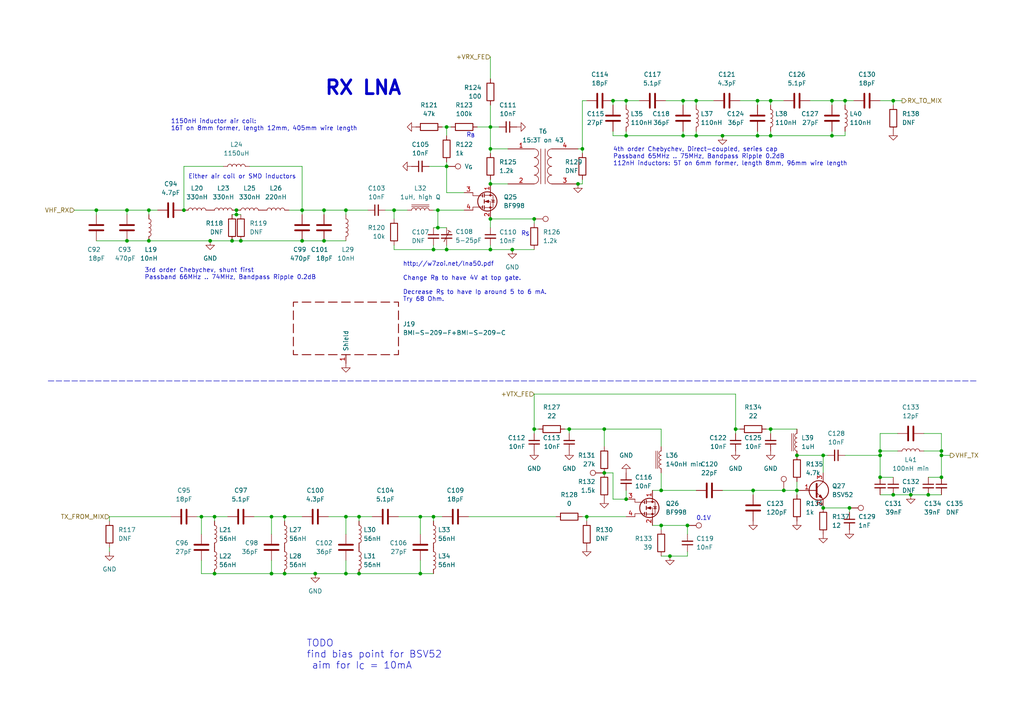
<source format=kicad_sch>
(kicad_sch (version 20211123) (generator eeschema)
  (paper "A4")
  (title_block (title "DART-70 TRX") (date "2023-03-08") (rev "0") (company "HB9EGM") (comment 1 "A 4m Band SSB/CW Transceiver") (comment 2 "VHF Frontend"))
  (junction (at 255.27 138.43))
  (junction (at 255.27 130.81))
  (junction (at 264.16 143.51))
  (junction (at 191.77 142.24))
  (junction (at 104.14 149.86))
  (junction (at 129.54 72.39))
  (junction (at 154.94 124.46))
  (junction (at 241.3 39.37))
  (junction (at 181.61 144.78))
  (junction (at 259.08 143.51))
  (junction (at 273.05 130.81))
  (junction (at 100.33 60.96))
  (junction (at 273.05 138.43))
  (junction (at 125.73 72.39))
  (junction (at 201.93 29.21))
  (junction (at 181.61 29.21))
  (junction (at 67.31 69.85))
  (junction (at 53.34 60.96))
  (junction (at 43.18 69.85))
  (junction (at 129.54 36.83))
  (junction (at 223.52 29.21))
  (junction (at 154.94 63.5))
  (junction (at 62.23 166.37))
  (junction (at 209.55 39.37))
  (junction (at 198.12 29.21))
  (junction (at 148.59 72.39))
  (junction (at 142.24 72.39))
  (junction (at 60.96 69.85))
  (junction (at 142.24 43.18))
  (junction (at 191.77 152.4))
  (junction (at 259.08 29.21))
  (junction (at 168.91 43.18))
  (junction (at 238.76 147.32))
  (junction (at 269.24 143.51))
  (junction (at 127 66.04))
  (junction (at 142.24 63.5))
  (junction (at 255.27 132.08))
  (junction (at 219.71 39.37))
  (junction (at 93.98 69.85))
  (junction (at 121.92 166.37))
  (junction (at 127 60.96))
  (junction (at 199.39 152.4))
  (junction (at 36.83 60.96))
  (junction (at 246.38 147.32))
  (junction (at 227.33 142.24))
  (junction (at 241.3 29.21))
  (junction (at 68.58 62.23))
  (junction (at 213.36 124.46))
  (junction (at 100.33 149.86))
  (junction (at 165.1 124.46))
  (junction (at 273.05 132.08))
  (junction (at 114.3 60.96))
  (junction (at 82.55 149.86))
  (junction (at 36.83 69.85))
  (junction (at 170.18 149.86))
  (junction (at 78.74 149.86))
  (junction (at 231.14 142.24))
  (junction (at 93.98 60.96))
  (junction (at 218.44 142.24))
  (junction (at 129.54 48.26))
  (junction (at 142.24 53.34))
  (junction (at 201.93 39.37))
  (junction (at 104.14 166.37))
  (junction (at 27.94 60.96))
  (junction (at 219.71 29.21))
  (junction (at 231.14 132.08))
  (junction (at 78.74 166.37))
  (junction (at 87.63 69.85))
  (junction (at 223.52 124.46))
  (junction (at 69.85 69.85))
  (junction (at 245.11 29.21))
  (junction (at 198.12 39.37))
  (junction (at 175.26 124.46))
  (junction (at 125.73 149.86))
  (junction (at 87.63 60.96))
  (junction (at 82.55 166.37))
  (junction (at 194.31 161.29))
  (junction (at 181.61 39.37))
  (junction (at 223.52 39.37))
  (junction (at 167.64 53.34))
  (junction (at 68.58 60.96))
  (junction (at 43.18 60.96))
  (junction (at 177.8 29.21))
  (junction (at 142.24 36.83))
  (junction (at 121.92 149.86))
  (junction (at 238.76 132.08))
  (junction (at 62.23 149.86))
  (junction (at 91.44 166.37))
  (junction (at 100.33 166.37))
  (junction (at 58.42 149.86))
  (junction (at 175.26 137.16))
  (wire (pts (xy 67.31 69.85) (xy 69.85 69.85)))
  (wire (pts (xy 181.61 29.21) (xy 181.61 30.48)))
  (wire (pts (xy 147.32 53.34) (xy 142.24 53.34)))
  (wire (pts (xy 219.71 39.37) (xy 219.71 38.1)))
  (wire (pts (xy 121.92 154.94) (xy 121.92 149.86)))
  (wire (pts (xy 93.98 60.96) (xy 93.98 62.23)))
  (wire (pts (xy 36.83 69.85) (xy 43.18 69.85)))
  (wire (pts (xy 213.36 125.73) (xy 213.36 124.46)))
  (wire (pts (xy 31.75 158.75) (xy 31.75 160.02)))
  (wire (pts (xy 154.94 125.73) (xy 154.94 124.46)))
  (wire (pts (xy 58.42 154.94) (xy 58.42 149.86)))
  (wire (pts (xy 273.05 138.43) (xy 269.24 138.43)))
  (wire (pts (xy 255.27 143.51) (xy 259.08 143.51)))
  (wire (pts (xy 238.76 132.08) (xy 240.03 132.08)))
  (wire (pts (xy 246.38 147.32) (xy 238.76 147.32)))
  (wire (pts (xy 82.55 151.13) (xy 82.55 149.86)))
  (wire (pts (xy 218.44 142.24) (xy 218.44 143.51)))
  (wire (pts (xy 255.27 130.81) (xy 255.27 132.08)))
  (wire (pts (xy 57.15 149.86) (xy 58.42 149.86)))
  (wire (pts (xy 31.75 149.86) (xy 49.53 149.86)))
  (wire (pts (xy 148.59 72.39) (xy 142.24 72.39)))
  (wire (pts (xy 223.52 39.37) (xy 241.3 39.37)))
  (wire (pts (xy 246.38 148.59) (xy 246.38 147.32)))
  (wire (pts (xy 177.8 137.16) (xy 177.8 144.78)))
  (wire (pts (xy 60.96 69.85) (xy 67.31 69.85)))
  (wire (pts (xy 27.94 60.96) (xy 36.83 60.96)))
  (wire (pts (xy 154.94 114.3) (xy 213.36 114.3)))
  (wire (pts (xy 125.73 60.96) (xy 127 60.96)))
  (wire (pts (xy 219.71 29.21) (xy 223.52 29.21)))
  (wire (pts (xy 87.63 69.85) (xy 93.98 69.85)))
  (wire (pts (xy 69.85 69.85) (xy 87.63 69.85)))
  (wire (pts (xy 142.24 53.34) (xy 142.24 52.07)))
  (wire (pts (xy 198.12 39.37) (xy 198.12 38.1)))
  (wire (pts (xy 273.05 132.08) (xy 273.05 138.43)))
  (wire (pts (xy 193.04 29.21) (xy 198.12 29.21)))
  (wire (pts (xy 191.77 152.4) (xy 189.23 152.4)))
  (wire (pts (xy 87.63 60.96) (xy 93.98 60.96)))
  (wire (pts (xy 241.3 39.37) (xy 241.3 38.1)))
  (polyline (pts (xy 13.97 110.49) (xy 283.21 110.49)))
  (wire (pts (xy 21.59 60.96) (xy 27.94 60.96)))
  (wire (pts (xy 31.75 151.13) (xy 31.75 149.86)))
  (wire (pts (xy 231.14 139.7) (xy 231.14 142.24)))
  (wire (pts (xy 43.18 69.85) (xy 60.96 69.85)))
  (wire (pts (xy 273.05 130.81) (xy 267.97 130.81)))
  (wire (pts (xy 142.24 63.5) (xy 142.24 66.04)))
  (wire (pts (xy 241.3 29.21) (xy 245.11 29.21)))
  (wire (pts (xy 177.8 144.78) (xy 181.61 144.78)))
  (wire (pts (xy 168.91 52.07) (xy 168.91 53.34)))
  (wire (pts (xy 72.39 48.26) (xy 87.63 48.26)))
  (wire (pts (xy 142.24 16.51) (xy 142.24 22.86)))
  (wire (pts (xy 175.26 124.46) (xy 191.77 124.46)))
  (wire (pts (xy 82.55 166.37) (xy 78.74 166.37)))
  (wire (pts (xy 181.61 29.21) (xy 185.42 29.21)))
  (wire (pts (xy 209.55 39.37) (xy 219.71 39.37)))
  (wire (pts (xy 121.92 162.56) (xy 121.92 166.37)))
  (wire (pts (xy 58.42 149.86) (xy 62.23 149.86)))
  (wire (pts (xy 93.98 69.85) (xy 100.33 69.85)))
  (wire (pts (xy 36.83 60.96) (xy 43.18 60.96)))
  (wire (pts (xy 128.27 36.83) (xy 129.54 36.83)))
  (wire (pts (xy 191.77 142.24) (xy 201.93 142.24)))
  (wire (pts (xy 73.66 149.86) (xy 78.74 149.86)))
  (wire (pts (xy 78.74 149.86) (xy 82.55 149.86)))
  (wire (pts (xy 121.92 149.86) (xy 125.73 149.86)))
  (wire (pts (xy 181.61 39.37) (xy 198.12 39.37)))
  (wire (pts (xy 273.05 130.81) (xy 273.05 132.08)))
  (wire (pts (xy 201.93 30.48) (xy 201.93 29.21)))
  (wire (pts (xy 199.39 160.02) (xy 199.39 161.29)))
  (wire (pts (xy 100.33 60.96) (xy 100.33 62.23)))
  (wire (pts (xy 199.39 161.29) (xy 194.31 161.29)))
  (wire (pts (xy 234.95 29.21) (xy 241.3 29.21)))
  (wire (pts (xy 170.18 29.21) (xy 168.91 29.21)))
  (wire (pts (xy 273.05 125.73) (xy 273.05 130.81)))
  (wire (pts (xy 114.3 72.39) (xy 125.73 72.39)))
  (wire (pts (xy 241.3 30.48) (xy 241.3 29.21)))
  (wire (pts (xy 213.36 124.46) (xy 214.63 124.46)))
  (wire (pts (xy 222.25 124.46) (xy 223.52 124.46)))
  (wire (pts (xy 78.74 162.56) (xy 78.74 166.37)))
  (wire (pts (xy 115.57 149.86) (xy 121.92 149.86)))
  (wire (pts (xy 241.3 39.37) (xy 245.11 39.37)))
  (wire (pts (xy 273.05 125.73) (xy 267.97 125.73)))
  (wire (pts (xy 142.24 72.39) (xy 142.24 71.12)))
  (wire (pts (xy 43.18 60.96) (xy 45.72 60.96)))
  (wire (pts (xy 142.24 36.83) (xy 142.24 30.48)))
  (wire (pts (xy 43.18 60.96) (xy 43.18 62.23)))
  (wire (pts (xy 168.91 53.34) (xy 167.64 53.34)))
  (wire (pts (xy 259.08 29.21) (xy 261.62 29.21)))
  (wire (pts (xy 142.24 44.45) (xy 142.24 43.18)))
  (wire (pts (xy 154.94 124.46) (xy 156.21 124.46)))
  (wire (pts (xy 191.77 161.29) (xy 194.31 161.29)))
  (wire (pts (xy 201.93 39.37) (xy 198.12 39.37)))
  (wire (pts (xy 100.33 154.94) (xy 100.33 149.86)))
  (wire (pts (xy 223.52 29.21) (xy 227.33 29.21)))
  (wire (pts (xy 198.12 30.48) (xy 198.12 29.21)))
  (wire (pts (xy 58.42 166.37) (xy 58.42 162.56)))
  (wire (pts (xy 135.89 149.86) (xy 161.29 149.86)))
  (wire (pts (xy 147.32 43.18) (xy 142.24 43.18)))
  (wire (pts (xy 125.73 72.39) (xy 129.54 72.39)))
  (wire (pts (xy 104.14 151.13) (xy 104.14 149.86)))
  (wire (pts (xy 125.73 66.04) (xy 127 66.04)))
  (wire (pts (xy 167.64 43.18) (xy 168.91 43.18)))
  (wire (pts (xy 68.58 60.96) (xy 68.58 62.23)))
  (wire (pts (xy 58.42 166.37) (xy 62.23 166.37)))
  (wire (pts (xy 165.1 125.73) (xy 165.1 124.46)))
  (wire (pts (xy 198.12 29.21) (xy 201.93 29.21)))
  (wire (pts (xy 213.36 114.3) (xy 213.36 124.46)))
  (wire (pts (xy 125.73 71.12) (xy 125.73 72.39)))
  (wire (pts (xy 154.94 72.39) (xy 148.59 72.39)))
  (wire (pts (xy 62.23 149.86) (xy 62.23 151.13)))
  (wire (pts (xy 129.54 36.83) (xy 129.54 39.37)))
  (wire (pts (xy 154.94 64.77) (xy 154.94 63.5)))
  (wire (pts (xy 255.27 130.81) (xy 260.35 130.81)))
  (wire (pts (xy 201.93 29.21) (xy 207.01 29.21)))
  (wire (pts (xy 125.73 151.13) (xy 125.73 149.86)))
  (wire (pts (xy 114.3 71.12) (xy 114.3 72.39)))
  (wire (pts (xy 177.8 39.37) (xy 181.61 39.37)))
  (wire (pts (xy 245.11 30.48) (xy 245.11 29.21)))
  (wire (pts (xy 168.91 44.45) (xy 168.91 43.18)))
  (wire (pts (xy 177.8 29.21) (xy 181.61 29.21)))
  (wire (pts (xy 259.08 30.48) (xy 259.08 29.21)))
  (wire (pts (xy 223.52 30.48) (xy 223.52 29.21)))
  (wire (pts (xy 104.14 166.37) (xy 121.92 166.37)))
  (wire (pts (xy 127 60.96) (xy 134.62 60.96)))
  (wire (pts (xy 223.52 125.73) (xy 223.52 124.46)))
  (wire (pts (xy 177.8 30.48) (xy 177.8 29.21)))
  (wire (pts (xy 127 66.04) (xy 127 60.96)))
  (wire (pts (xy 191.77 152.4) (xy 191.77 153.67)))
  (wire (pts (xy 201.93 39.37) (xy 209.55 39.37)))
  (wire (pts (xy 124.46 48.26) (xy 129.54 48.26)))
  (wire (pts (xy 100.33 60.96) (xy 106.68 60.96)))
  (wire (pts (xy 273.05 132.08) (xy 275.59 132.08)))
  (wire (pts (xy 245.11 29.21) (xy 247.65 29.21)))
  (wire (pts (xy 114.3 63.5) (xy 114.3 60.96)))
  (wire (pts (xy 62.23 149.86) (xy 66.04 149.86)))
  (wire (pts (xy 165.1 124.46) (xy 175.26 124.46)))
  (wire (pts (xy 91.44 166.37) (xy 100.33 166.37)))
  (wire (pts (xy 168.91 149.86) (xy 170.18 149.86)))
  (wire (pts (xy 129.54 46.99) (xy 129.54 48.26)))
  (wire (pts (xy 245.11 39.37) (xy 245.11 38.1)))
  (wire (pts (xy 121.92 166.37) (xy 125.73 166.37)))
  (wire (pts (xy 100.33 149.86) (xy 104.14 149.86)))
  (wire (pts (xy 130.81 36.83) (xy 129.54 36.83)))
  (wire (pts (xy 238.76 137.16) (xy 238.76 132.08)))
  (wire (pts (xy 95.25 149.86) (xy 100.33 149.86)))
  (wire (pts (xy 175.26 129.54) (xy 175.26 124.46)))
  (wire (pts (xy 201.93 39.37) (xy 201.93 38.1)))
  (wire (pts (xy 53.34 48.26) (xy 53.34 60.96)))
  (wire (pts (xy 255.27 125.73) (xy 255.27 130.81)))
  (wire (pts (xy 209.55 142.24) (xy 218.44 142.24)))
  (wire (pts (xy 219.71 30.48) (xy 219.71 29.21)))
  (wire (pts (xy 264.16 143.51) (xy 269.24 143.51)))
  (wire (pts (xy 191.77 129.54) (xy 191.77 124.46)))
  (wire (pts (xy 231.14 142.24) (xy 231.14 143.51)))
  (wire (pts (xy 104.14 149.86) (xy 107.95 149.86)))
  (wire (pts (xy 170.18 151.13) (xy 170.18 149.86)))
  (wire (pts (xy 27.94 69.85) (xy 36.83 69.85)))
  (wire (pts (xy 125.73 149.86) (xy 128.27 149.86)))
  (wire (pts (xy 82.55 149.86) (xy 87.63 149.86)))
  (wire (pts (xy 255.27 125.73) (xy 260.35 125.73)))
  (wire (pts (xy 64.77 48.26) (xy 53.34 48.26)))
  (wire (pts (xy 181.61 39.37) (xy 181.61 38.1)))
  (wire (pts (xy 227.33 142.24) (xy 231.14 142.24)))
  (wire (pts (xy 181.61 144.78) (xy 181.61 142.24)))
  (wire (pts (xy 154.94 63.5) (xy 142.24 63.5)))
  (wire (pts (xy 259.08 143.51) (xy 264.16 143.51)))
  (wire (pts (xy 87.63 48.26) (xy 87.63 60.96)))
  (wire (pts (xy 87.63 60.96) (xy 87.63 62.23)))
  (wire (pts (xy 214.63 29.21) (xy 219.71 29.21)))
  (wire (pts (xy 36.83 60.96) (xy 36.83 62.23)))
  (wire (pts (xy 223.52 39.37) (xy 223.52 38.1)))
  (wire (pts (xy 83.82 60.96) (xy 87.63 60.96)))
  (wire (pts (xy 245.11 132.08) (xy 255.27 132.08)))
  (wire (pts (xy 199.39 154.94) (xy 199.39 152.4)))
  (wire (pts (xy 255.27 138.43) (xy 259.08 138.43)))
  (wire (pts (xy 191.77 137.16) (xy 191.77 142.24)))
  (wire (pts (xy 189.23 142.24) (xy 191.77 142.24)))
  (wire (pts (xy 129.54 72.39) (xy 142.24 72.39)))
  (wire (pts (xy 218.44 142.24) (xy 227.33 142.24)))
  (wire (pts (xy 238.76 132.08) (xy 231.14 132.08)))
  (wire (pts (xy 78.74 154.94) (xy 78.74 149.86)))
  (wire (pts (xy 27.94 60.96) (xy 27.94 62.23)))
  (wire (pts (xy 255.27 29.21) (xy 259.08 29.21)))
  (wire (pts (xy 175.26 137.16) (xy 177.8 137.16)))
  (wire (pts (xy 142.24 36.83) (xy 144.78 36.83)))
  (wire (pts (xy 138.43 36.83) (xy 142.24 36.83)))
  (wire (pts (xy 68.58 62.23) (xy 69.85 62.23)))
  (wire (pts (xy 168.91 29.21) (xy 168.91 43.18)))
  (wire (pts (xy 177.8 39.37) (xy 177.8 38.1)))
  (wire (pts (xy 129.54 55.88) (xy 134.62 55.88)))
  (wire (pts (xy 163.83 124.46) (xy 165.1 124.46)))
  (wire (pts (xy 111.76 60.96) (xy 114.3 60.96)))
  (wire (pts (xy 129.54 48.26) (xy 129.54 55.88)))
  (wire (pts (xy 129.54 66.04) (xy 127 66.04)))
  (wire (pts (xy 219.71 39.37) (xy 223.52 39.37)))
  (wire (pts (xy 170.18 149.86) (xy 181.61 149.86)))
  (wire (pts (xy 129.54 71.12) (xy 129.54 72.39)))
  (wire (pts (xy 100.33 166.37) (xy 104.14 166.37)))
  (wire (pts (xy 62.23 166.37) (xy 78.74 166.37)))
  (wire (pts (xy 114.3 60.96) (xy 118.11 60.96)))
  (wire (pts (xy 223.52 124.46) (xy 231.14 124.46)))
  (wire (pts (xy 142.24 43.18) (xy 142.24 36.83)))
  (wire (pts (xy 199.39 152.4) (xy 191.77 152.4)))
  (wire (pts (xy 269.24 143.51) (xy 273.05 143.51)))
  (wire (pts (xy 100.33 162.56) (xy 100.33 166.37)))
  (wire (pts (xy 255.27 132.08) (xy 255.27 138.43)))
  (wire (pts (xy 154.94 114.3) (xy 154.94 124.46)))
  (wire (pts (xy 67.31 62.23) (xy 68.58 62.23)))
  (wire (pts (xy 82.55 166.37) (xy 91.44 166.37)))
  (wire (pts (xy 93.98 60.96) (xy 100.33 60.96)))
  (text "R_{B}" (at 135.255 40.005 0) (effects (font (size 1.27 1.27)) (justify left bottom)))
  (text "R_{S}" (at 151.13 68.58 0) (effects (font (size 1.27 1.27)) (justify left bottom)))
  (text "RX LNA" (at 93.98 27.94 0) (effects (font (size 4 4) (thickness 0.8) bold) (justify left bottom)))
  (text "Either air coil or SMD inductors" (at 54.61 52.07 0) (effects (font (size 1.27 1.27)) (justify left bottom)))
  (text "TODO\nfind bias point for BSV52\n aim for I_{C} = 10mA" (at 88.9 194.31 0) (effects (font (size 2 2)) (justify left bottom)))
  (text "http://w7zoi.net/lna50.pdf\n\nChange R_{B} to have 4V at top gate.\n\nDecrease R_{S} to have I_{D} around 5 to 6 mA.\nTry 68 Ohm." (at 116.84 87.63 0) (effects (font (size 1.27 1.27)) (justify left bottom)))
  (text "4th order Chebychev, Direct-coupled, series cap\nPassband 65MHz .. 75MHz, Bandpass Ripple 0.2dB\n112nH inductors: 5T on 6mm former, length 8mm, 96mm wire length" (at 177.8 48.26 0) (effects (font (size 1.27 1.27)) (justify left bottom)))
  (text "1150nH inductor air coil:\n16T on 8mm former, length 12mm, 405mm wire length" (at 49.53 38.1 0) (effects (font (size 1.27 1.27)) (justify left bottom)))
  (text "0.1V" (at 201.93 151.13 0) (effects (font (size 1.27 1.27)) (justify left bottom)))
  (text "3rd order Chebychev, shunt first\nPassband 66MHz .. 74MHz, Bandpass Ripple 0.2dB" (at 41.91 81.28 0) (effects (font (size 1.27 1.27)) (justify left bottom)))
  (hierarchical_label "+VTX_FE" (shape input) (at 154.94 114.3 180))
  (hierarchical_label "+VRX_FE" (shape input) (at 142.24 16.51 180))
  (hierarchical_label "VHF_RX" (shape input) (at 21.59 60.96 180))
  (hierarchical_label "VHF_TX" (shape output) (at 275.59 132.08 0))
  (hierarchical_label "TX_FROM_MIX" (shape input) (at 31.75 149.86 180))
  (hierarchical_label "RX_TO_MIX" (shape output) (at 261.62 29.21 0))
  (symbol (lib_id "Device:C_Small") (at 121.92 48.26 90) (unit 1)
    (property "Reference" "C105" (at 121.9263 41.91 90))
    (property "Value" "10nF" (at 121.9263 44.45 90))
    (property "Footprint" "Capacitor_SMD:C_0805_2012Metric_Pad1.18x1.45mm_HandSolder" (effects hide))
    (property "MPN" "VJ0805A103KXJTBC" (effects hide))
    (property "Need_order" "0" (effects hide))
  )
  (symbol (lib_id "Device:R") (at 231.14 135.89 0) (mirror y) (unit 1)
    (property "Reference" "R135" (at 233.68 134.6199 0) (effects (justify right)))
    (property "Value" "4.7k" (at 233.68 137.1599 0) (effects (justify right)))
    (property "Footprint" "Resistor_SMD:R_0603_1608Metric_Pad0.98x0.95mm_HandSolder" (effects hide))
    (property "Need_order" "0" (effects hide))
  )
  (symbol (lib_id "Device:C_Small") (at 223.52 128.27 0) (mirror x) (unit 1)
    (property "Reference" "C125" (at 220.98 126.9935 0) (effects (justify right)))
    (property "Value" "10nF" (at 220.98 129.5335 0) (effects (justify right)))
    (property "Footprint" "Capacitor_SMD:C_0805_2012Metric_Pad1.18x1.45mm_HandSolder" (effects hide))
    (property "MPN" "VJ0805A103KXJTBC" (effects hide))
    (property "Need_order" "0" (effects hide))
  )
  (symbol (lib_id "Device:C_Small") (at 269.24 140.97 0) (mirror y) (unit 1)
    (property "Reference" "C134" (at 267.97 146.05 0) (effects (justify right)))
    (property "Value" "39nF" (at 267.97 148.59 0) (effects (justify right)))
    (property "Footprint" "Capacitor_SMD:C_0805_2012Metric_Pad1.18x1.45mm_HandSolder" (effects hide))
    (property "Need_order" "0" (effects hide))
  )
  (symbol (lib_id "Device:C") (at 173.99 29.21 90) (unit 1)
    (property "Reference" "C114" (at 173.99 21.59 90))
    (property "Value" "18pF" (at 173.99 24.13 90))
    (property "Footprint" "Capacitor_SMD:C_0603_1608Metric_Pad1.08x0.95mm_HandSolder" (effects hide))
    (property "Datasheet" "/home/bram/Sync/Doc/Datasheet/CBR KEMET capacitors.pdf" (effects hide))
    (property "MPN" "CBR" (effects hide))
    (property "Need_order" "0" (effects hide))
  )
  (symbol (lib_id "Connector:TestPoint") (at 199.39 152.4 270) (unit 1)
    (property "Reference" "TP10" (effects hide))
    (property "Value" "V_{S}" (effects hide))
    (property "Footprint" "TestPoint:TestPoint_Pad_D2.0mm" (effects hide))
    (property "Need_order" "0" (effects hide))
  )
  (symbol (lib_id "Device:C") (at 100.33 158.75 180) (unit 1)
    (property "Reference" "C102" (at 96.52 157.4799 0) (effects (justify left)))
    (property "Value" "36pF" (at 96.52 160.0199 0) (effects (justify left)))
    (property "Footprint" "Capacitor_SMD:C_0603_1608Metric_Pad1.08x0.95mm_HandSolder" (effects hide))
    (property "Datasheet" "/home/bram/Sync/Doc/Datasheet/CBR KEMET capacitors.pdf" (effects hide))
    (property "MPN" "CBR" (effects hide))
    (property "Need_order" "0" (effects hide))
  )
  (symbol (lib_id "Device:C") (at 205.74 142.24 90) (unit 1)
    (property "Reference" "C120" (at 205.74 134.62 90))
    (property "Value" "22pF" (at 205.74 137.16 90))
    (property "Footprint" "Capacitor_SMD:C_0603_1608Metric_Pad1.08x0.95mm_HandSolder" (effects hide))
    (property "Datasheet" "/home/bram/Sync/Doc/Datasheet/CBR KEMET capacitors.pdf" (effects hide))
    (property "MPN" "CBR" (effects hide))
    (property "Need_order" "0" (effects hide))
  )
  (symbol (lib_id "Device:R") (at 67.31 66.04 0) (unit 1)
    (property "Reference" "R118" (at 64.77 64.7699 0) (effects (justify right)))
    (property "Value" "DNF" (at 64.77 67.3099 0) (effects (justify right)))
    (property "Footprint" "Resistor_SMD:R_0805_2012Metric_Pad1.20x1.40mm_HandSolder" (effects hide))
    (property "Need_order" "0" (effects hide))
  )
  (symbol (lib_id "power:GND") (at 154.94 130.81 0) (mirror y) (unit 1)
    (property "Reference" "#PWR0155" (effects hide))
    (property "Value" "GND" (at 154.94 135.89 0))
  )
  (symbol (lib_id "Device:C") (at 241.3 34.29 180) (unit 1)
    (property "Reference" "C127" (at 237.49 33.0199 0) (effects (justify left)))
    (property "Value" "27pF" (at 237.49 35.5599 0) (effects (justify left)))
    (property "Footprint" "Capacitor_SMD:C_0603_1608Metric_Pad1.08x0.95mm_HandSolder" (effects hide))
    (property "Datasheet" "/home/bram/Sync/Doc/Datasheet/CBR KEMET capacitors.pdf" (effects hide))
    (property "MPN" "CBR" (effects hide))
    (property "Need_order" "0" (effects hide))
  )
  (symbol (lib_id "power:GND") (at 238.76 154.94 0) (unit 1)
    (property "Reference" "#PWR0167" (effects hide))
    (property "Value" "GND" (effects hide))
  )
  (symbol (lib_id "Device:R") (at 175.26 133.35 0) (mirror x) (unit 1)
    (property "Reference" "R131" (at 172.72 132.0799 0) (effects (justify right)))
    (property "Value" "27k" (at 172.72 134.6199 0) (effects (justify right)))
    (property "Footprint" "Resistor_SMD:R_0603_1608Metric_Pad0.98x0.95mm_HandSolder" (effects hide))
    (property "Need_order" "0" (effects hide))
  )
  (symbol (lib_id "Device:R") (at 129.54 43.18 0) (unit 1)
    (property "Reference" "R122" (at 132.08 41.9099 0) (effects (justify left)))
    (property "Value" "1k" (at 132.08 44.4499 0) (effects (justify left)))
    (property "Footprint" "Resistor_SMD:R_0603_1608Metric_Pad0.98x0.95mm_HandSolder" (effects hide))
    (property "Need_order" "0" (effects hide))
  )
  (symbol (lib_id "Connector:TestPoint") (at 227.33 142.24 0) (unit 1)
    (property "Reference" "TP11" (effects hide))
    (property "Value" "V_{G}" (effects hide))
    (property "Footprint" "TestPoint:TestPoint_Pad_D2.0mm" (effects hide))
    (property "Need_order" "0" (effects hide))
  )
  (symbol (lib_id "Device:L") (at 245.11 34.29 0) (unit 1)
    (property "Reference" "L40" (at 246.38 33.0199 0) (effects (justify left)))
    (property "Value" "110nH" (at 246.38 35.5599 0) (effects (justify left)))
    (property "Footprint" "mpb:AirCoil-8mm-or-2-series-1008" (effects hide))
    (property "MPN" "2x LQW2BAS56NG00L" (effects hide))
    (property "Need_order" "0" (effects hide))
  )
  (symbol (lib_id "power:GND") (at 167.64 53.34 0) (unit 1)
    (property "Reference" "#PWR0157" (effects hide))
    (property "Value" "GND" (effects hide))
  )
  (symbol (lib_id "Device:C") (at 111.76 149.86 270) (unit 1)
    (property "Reference" "C104" (at 111.76 142.24 90))
    (property "Value" "5.1pF" (at 111.76 144.78 90))
    (property "Footprint" "Capacitor_SMD:C_0603_1608Metric_Pad1.08x0.95mm_HandSolder" (effects hide))
    (property "Datasheet" "/home/bram/Sync/Doc/Datasheet/CBR KEMET capacitors.pdf" (effects hide))
    (property "MPN" "CBR" (effects hide))
    (property "Need_order" "0" (effects hide))
  )
  (symbol (lib_id "Device:C_Small") (at 181.61 139.7 0) (mirror y) (unit 1)
    (property "Reference" "C116" (at 184.15 138.4362 0) (effects (justify right)))
    (property "Value" "10nF" (at 184.15 140.9762 0) (effects (justify right)))
    (property "Footprint" "Capacitor_SMD:C_0805_2012Metric_Pad1.18x1.45mm_HandSolder" (effects hide))
    (property "MPN" "VJ0805A103KXJTBC" (effects hide))
    (property "Need_order" "0" (effects hide))
  )
  (symbol (lib_id "Connector:TestPoint") (at 246.38 147.32 270) (unit 1)
    (property "Reference" "TP12" (effects hide))
    (property "Value" "V_{E}" (effects hide))
    (property "Footprint" "TestPoint:TestPoint_Pad_D2.0mm" (effects hide))
    (property "Need_order" "0" (effects hide))
  )
  (symbol (lib_id "Device:C") (at 189.23 29.21 90) (unit 1)
    (property "Reference" "C117" (at 189.23 21.59 90))
    (property "Value" "5.1pF" (at 189.23 24.13 90))
    (property "Footprint" "Capacitor_SMD:C_0603_1608Metric_Pad1.08x0.95mm_HandSolder" (effects hide))
    (property "Datasheet" "/home/bram/Sync/Doc/Datasheet/CBR KEMET capacitors.pdf" (effects hide))
    (property "MPN" "CBR" (effects hide))
    (property "Need_order" "0" (effects hide))
  )
  (symbol (lib_id "Device:R") (at 231.14 147.32 0) (mirror y) (unit 1)
    (property "Reference" "R136" (at 233.68 146.0499 0) (effects (justify right)))
    (property "Value" "1k" (at 233.68 148.5899 0) (effects (justify right)))
    (property "Footprint" "Resistor_SMD:R_0603_1608Metric_Pad0.98x0.95mm_HandSolder" (effects hide))
    (property "Need_order" "0" (effects hide))
  )
  (symbol (lib_id "Connector:TestPoint") (at 154.94 63.5 270) (unit 1)
    (property "Reference" "TP8" (effects hide))
    (property "Value" "V_{S}" (effects hide))
    (property "Footprint" "TestPoint:TestPoint_Pad_D2.0mm" (effects hide))
    (property "Need_order" "0" (effects hide))
  )
  (symbol (lib_id "Device:L") (at 57.15 60.96 90) (unit 1)
    (property "Reference" "L20" (at 57.15 54.61 90))
    (property "Value" "330nH" (at 57.15 57.15 90))
    (property "Footprint" "Inductor_SMD:L_0805_2012Metric_Pad1.15x1.40mm_HandSolder" (effects hide))
    (property "MPN" "LQW2BASR33G00L" (effects hide))
    (property "Need_order" "0" (effects hide))
  )
  (symbol (lib_id "Device:C") (at 264.16 125.73 90) (unit 1)
    (property "Reference" "C133" (at 264.16 118.11 90))
    (property "Value" "12pF" (at 264.16 120.65 90))
    (property "Footprint" "Capacitor_SMD:C_0603_1608Metric_Pad1.08x0.95mm_HandSolder" (effects hide))
    (property "Datasheet" "/home/bram/Sync/Doc/Datasheet/CBR KEMET capacitors.pdf" (effects hide))
    (property "MPN" "CBR" (effects hide))
    (property "Need_order" "0" (effects hide))
  )
  (symbol (lib_id "Connector:TestPoint") (at 175.26 137.16 90) (unit 1)
    (property "Reference" "TP9" (effects hide))
    (property "Value" "V_{G1}" (effects hide))
    (property "Footprint" "TestPoint:TestPoint_Pad_D2.0mm" (effects hide))
    (property "Need_order" "0" (effects hide))
  )
  (symbol (lib_id "Device:L") (at 125.73 162.56 0) (unit 1)
    (property "Reference" "L34" (at 127 161.2899 0) (effects (justify left)))
    (property "Value" "56nH" (at 127 163.8299 0) (effects (justify left)))
    (property "Footprint" "Inductor_SMD:L_1008_2520Metric_Pad1.43x2.20mm_HandSolder" (effects hide))
    (property "MPN" "LQW2BAS56NG00L" (effects hide))
    (property "Need_order" "0" (effects hide))
  )
  (symbol (lib_id "Device:C") (at 91.44 149.86 270) (unit 1)
    (property "Reference" "C100" (at 91.44 142.24 90))
    (property "Value" "4.3pF" (at 91.44 144.78 90))
    (property "Footprint" "Capacitor_SMD:C_0603_1608Metric_Pad1.08x0.95mm_HandSolder" (effects hide))
    (property "Datasheet" "/home/bram/Sync/Doc/Datasheet/CBR KEMET capacitors.pdf" (effects hide))
    (property "MPN" "CBR" (effects hide))
    (property "Need_order" "0" (effects hide))
  )
  (symbol (lib_id "Device:C") (at 219.71 34.29 180) (unit 1)
    (property "Reference" "C124" (at 215.9 33.0199 0) (effects (justify left)))
    (property "Value" "36pF" (at 215.9 35.5599 0) (effects (justify left)))
    (property "Footprint" "Capacitor_SMD:C_0603_1608Metric_Pad1.08x0.95mm_HandSolder" (effects hide))
    (property "Datasheet" "/home/bram/Sync/Doc/Datasheet/CBR KEMET capacitors.pdf" (effects hide))
    (property "MPN" "CBR" (effects hide))
    (property "Need_order" "0" (effects hide))
  )
  (symbol (lib_id "Device:L") (at 72.39 60.96 90) (unit 1)
    (property "Reference" "L25" (at 72.39 54.61 90))
    (property "Value" "330nH" (at 72.39 57.15 90))
    (property "Footprint" "Inductor_SMD:L_0805_2012Metric_Pad1.15x1.40mm_HandSolder" (effects hide))
    (property "MPN" "LQW2BASR33G00L" (effects hide))
    (property "Need_order" "0" (effects hide))
  )
  (symbol (lib_id "Device:R") (at 165.1 149.86 270) (unit 1)
    (property "Reference" "R128" (at 165.1 143.51 90))
    (property "Value" "0" (at 165.1 146.05 90))
    (property "Footprint" "Resistor_SMD:R_0603_1608Metric_Pad0.98x0.95mm_HandSolder" (effects hide))
    (property "Need_order" "0" (effects hide))
  )
  (symbol (lib_id "power:GND") (at 120.65 36.83 270) (unit 1)
    (property "Reference" "#PWR0152" (effects hide))
    (property "Value" "GND" (effects hide))
  )
  (symbol (lib_id "Device:C_Small") (at 242.57 132.08 270) (mirror x) (unit 1)
    (property "Reference" "C128" (at 242.5636 125.73 90))
    (property "Value" "10nF" (at 242.5636 128.27 90))
    (property "Footprint" "Capacitor_SMD:C_0805_2012Metric_Pad1.18x1.45mm_HandSolder" (effects hide))
    (property "MPN" "VJ0805A103KXJTBC" (effects hide))
    (property "Need_order" "0" (effects hide))
  )
  (symbol (lib_id "power:GND") (at 259.08 38.1 0) (unit 1)
    (property "Reference" "#PWR0169" (effects hide))
    (property "Value" "GND" (effects hide))
  )
  (symbol (lib_id "Device:C") (at 53.34 149.86 90) (unit 1)
    (property "Reference" "C95" (at 53.34 142.24 90))
    (property "Value" "18pF" (at 53.34 144.78 90))
    (property "Footprint" "Capacitor_SMD:C_0603_1608Metric_Pad1.08x0.95mm_HandSolder" (effects hide))
    (property "Datasheet" "/home/bram/Sync/Doc/Datasheet/CBR KEMET capacitors.pdf" (effects hide))
    (property "MPN" "CBR" (effects hide))
    (property "Need_order" "0" (effects hide))
  )
  (symbol (lib_id "power:GND") (at 170.18 158.75 0) (unit 1)
    (property "Reference" "#PWR0158" (effects hide))
    (property "Value" "GND" (effects hide))
  )
  (symbol (lib_id "Device:L") (at 62.23 154.94 0) (unit 1)
    (property "Reference" "L21" (at 63.5 153.6699 0) (effects (justify left)))
    (property "Value" "56nH" (at 63.5 156.2099 0) (effects (justify left)))
    (property "Footprint" "Inductor_SMD:L_1008_2520Metric_Pad1.43x2.20mm_HandSolder" (effects hide))
    (property "MPN" "LQW2BAS56NG00L" (effects hide))
    (property "Need_order" "0" (effects hide))
  )
  (symbol (lib_id "Device:C_Small") (at 259.08 140.97 0) (mirror y) (unit 1)
    (property "Reference" "C132" (at 261.62 139.7062 0) (effects (justify right)))
    (property "Value" "DNF" (at 261.62 142.2462 0) (effects (justify right)))
    (property "Footprint" "Capacitor_SMD:C_0805_2012Metric_Pad1.18x1.45mm_HandSolder" (effects hide))
    (property "Need_order" "0" (effects hide))
  )
  (symbol (lib_id "power:GND") (at 231.14 151.13 0) (unit 1)
    (property "Reference" "#PWR0166" (effects hide))
    (property "Value" "GND" (effects hide))
  )
  (symbol (lib_id "Device:R") (at 154.94 68.58 0) (unit 1)
    (property "Reference" "R126" (at 157.48 67.3099 0) (effects (justify left)))
    (property "Value" "1.2k" (at 157.48 69.8499 0) (effects (justify left)))
    (property "Footprint" "Resistor_SMD:R_0603_1608Metric_Pad0.98x0.95mm_HandSolder" (effects hide))
    (property "Need_order" "0" (effects hide))
  )
  (symbol (lib_id "Device:C") (at 251.46 29.21 90) (unit 1)
    (property "Reference" "C130" (at 251.46 21.59 90))
    (property "Value" "18pF" (at 251.46 24.13 90))
    (property "Footprint" "Capacitor_SMD:C_0603_1608Metric_Pad1.08x0.95mm_HandSolder" (effects hide))
    (property "Datasheet" "/home/bram/Sync/Doc/Datasheet/CBR KEMET capacitors.pdf" (effects hide))
    (property "MPN" "CBR" (effects hide))
    (property "Need_order" "0" (effects hide))
  )
  (symbol (lib_id "Device:C_Small") (at 142.24 68.58 0) (unit 1)
    (property "Reference" "C110" (at 144.78 67.3162 0) (effects (justify left)))
    (property "Value" "10nF" (at 144.78 69.8562 0) (effects (justify left)))
    (property "Footprint" "Capacitor_SMD:C_0805_2012Metric_Pad1.18x1.45mm_HandSolder" (effects hide))
    (property "MPN" "VJ0805A103KXJTBC" (effects hide))
    (property "Need_order" "0" (effects hide))
  )
  (symbol (lib_id "Device:R") (at 69.85 66.04 0) (unit 1)
    (property "Reference" "R119" (at 72.39 64.7699 0) (effects (justify left)))
    (property "Value" "DNF" (at 72.39 67.3099 0) (effects (justify left)))
    (property "Footprint" "Resistor_SMD:R_0805_2012Metric_Pad1.20x1.40mm_HandSolder" (effects hide))
    (property "Need_order" "0" (effects hide))
  )
  (symbol (lib_id "mpb:BF998") (at 186.69 147.32 0) (unit 1)
    (property "Reference" "Q26" (at 193.04 146.0499 0) (effects (justify left)))
    (property "Value" "BF998" (at 193.04 148.5899 0) (effects (justify left)))
    (property "Footprint" "Package_TO_SOT_SMD:SOT-143" (effects hide))
    (property "Datasheet" "/home/bram/Sync/Doc/Datasheet/BF998.pdf" (effects hide))
    (property "MPN" "BF998E6327HTSA1" (effects hide))
    (property "Need_order" "0" (effects hide))
  )
  (symbol (lib_id "Transistor_BJT:MMBT3904") (at 236.22 142.24 0) (unit 1)
    (property "Reference" "Q27" (at 241.3 140.9699 0) (effects (justify left)))
    (property "Value" "BSV52" (at 241.3 143.5099 0) (effects (justify left)))
    (property "Footprint" "Package_TO_SOT_SMD:SOT-23" (effects hide))
    (property "Datasheet" "/home/bram/Sync/Doc/Datasheet/BSV52LT1_D-1803134.pdf" (effects hide))
    (property "MPN" "BSV52LT1G" (effects hide))
    (property "Need_order" "0" (effects hide))
  )
  (symbol (lib_id "Device:C") (at 177.8 34.29 180) (unit 1)
    (property "Reference" "C115" (at 170.18 33.02 0) (effects (justify right)))
    (property "Value" "27pF" (at 170.18 35.56 0) (effects (justify right)))
    (property "Footprint" "Capacitor_SMD:C_0603_1608Metric_Pad1.08x0.95mm_HandSolder" (effects hide))
    (property "Datasheet" "/home/bram/Sync/Doc/Datasheet/CBR KEMET capacitors.pdf" (effects hide))
    (property "MPN" "CBR" (effects hide))
    (property "Need_order" "0" (effects hide))
  )
  (symbol (lib_id "power:GND") (at 246.38 153.67 0) (unit 1)
    (property "Reference" "#PWR0168" (effects hide))
    (property "Value" "GND" (effects hide))
  )
  (symbol (lib_id "power:GND") (at 175.26 144.78 0) (mirror y) (unit 1)
    (property "Reference" "#PWR0159" (effects hide))
    (property "Value" "GND" (effects hide))
  )
  (symbol (lib_id "Device:C") (at 218.44 147.32 180) (unit 1)
    (property "Reference" "C123" (at 222.25 146.0499 0) (effects (justify right)))
    (property "Value" "120pF" (at 222.25 148.5899 0) (effects (justify right)))
    (property "Footprint" "Capacitor_SMD:C_0805_2012Metric_Pad1.18x1.45mm_HandSolder" (effects hide))
    (property "MPN" "VJ0805A121GXXPBC" (effects hide))
    (property "Need_order" "0" (effects hide))
  )
  (symbol (lib_id "Device:C_Trim_Small") (at 129.54 68.58 0) (unit 1)
    (property "Reference" "C108" (at 132.08 67.1829 0) (effects (justify left)))
    (property "Value" "5-25pF" (at 132.08 69.7229 0) (effects (justify left)))
    (property "Footprint" "mpb:C_Trimmer_Voltronics_JZ" (effects hide))
    (property "Datasheet" "/home/bram/Sync/Doc/Datasheet/J_Series_Trim-cap-Knowles.pdf" (effects hide))
    (property "MPN" "JZ-300" (effects hide))
    (property "Need_order" "0" (effects hide))
  )
  (symbol (lib_id "Device:L") (at 100.33 66.04 0) (unit 1)
    (property "Reference" "L29" (at 99.06 72.39 0) (effects (justify left)))
    (property "Value" "10nH" (at 97.79 74.93 0) (effects (justify left)))
    (property "Footprint" "Inductor_SMD:L_0805_2012Metric_Pad1.15x1.40mm_HandSolder" (effects hide))
    (property "MPN" "LQW18AS10NJ00D" (effects hide))
    (property "Need_order" "0" (effects hide))
  )
  (symbol (lib_id "power:GND") (at 213.36 130.81 0) (mirror y) (unit 1)
    (property "Reference" "#PWR0163" (effects hide))
    (property "Value" "GND" (at 213.36 135.89 0))
  )
  (symbol (lib_id "Device:R") (at 124.46 36.83 90) (unit 1)
    (property "Reference" "R121" (at 124.46 30.48 90))
    (property "Value" "47k" (at 124.46 33.02 90))
    (property "Footprint" "Resistor_SMD:R_0603_1608Metric_Pad0.98x0.95mm_HandSolder" (effects hide))
    (property "Need_order" "0" (effects hide))
  )
  (symbol (lib_id "power:GND") (at 209.55 39.37 0) (unit 1)
    (property "Reference" "#PWR0162" (effects hide))
    (property "Value" "GND" (effects hide))
  )
  (symbol (lib_id "Device:C") (at 36.83 66.04 180) (unit 1)
    (property "Reference" "C93" (at 38.1 72.39 0) (effects (justify left)))
    (property "Value" "470pF" (at 39.37 74.93 0) (effects (justify left)))
    (property "Footprint" "Capacitor_SMD:C_0805_2012Metric_Pad1.18x1.45mm_HandSolder" (effects hide))
    (property "Datasheet" "/home/bram/Sync/Doc/Datasheet/08051Axxx kyocera avx capacitor.pdf" (effects hide))
    (property "MPN" "08051A471GAT2A" (effects hide))
    (property "Need_order" "0" (effects hide))
  )
  (symbol (lib_id "Device:L") (at 80.01 60.96 90) (unit 1)
    (property "Reference" "L26" (at 80.01 54.61 90))
    (property "Value" "220nH" (at 80.01 57.15 90))
    (property "Footprint" "Inductor_SMD:L_0805_2012Metric_Pad1.15x1.40mm_HandSolder" (effects hide))
    (property "MPN" "LQW2BASR22J00L" (effects hide))
    (property "Need_order" "0" (effects hide))
  )
  (symbol (lib_id "Device:L") (at 264.16 130.81 90) (unit 1)
    (property "Reference" "L41" (at 264.16 133.35 90))
    (property "Value" "100nH min" (at 264.16 135.89 90))
    (property "Footprint" "mpb:AirCoil-8mm-or-2-series-1008" (effects hide))
    (property "Description" "NEOSID 00 5261 00 originally, 115nH minimum" (effects hide))
    (property "Need_order" "0" (effects hide))
  )
  (symbol (lib_id "Device:C_Small") (at 165.1 128.27 0) (mirror x) (unit 1)
    (property "Reference" "C113" (at 162.56 126.9935 0) (effects (justify right)))
    (property "Value" "10nF" (at 162.56 129.5335 0) (effects (justify right)))
    (property "Footprint" "Capacitor_SMD:C_0805_2012Metric_Pad1.18x1.45mm_HandSolder" (effects hide))
    (property "MPN" "VJ0805A103KXJTBC" (effects hide))
    (property "Need_order" "0" (effects hide))
  )
  (symbol (lib_id "Device:R") (at 160.02 124.46 270) (mirror x) (unit 1)
    (property "Reference" "R127" (at 160.02 118.11 90))
    (property "Value" "22" (at 160.02 120.65 90))
    (property "Footprint" "Resistor_SMD:R_0603_1608Metric_Pad0.98x0.95mm_HandSolder" (effects hide))
    (property "Need_order" "0" (effects hide))
  )
  (symbol (lib_id "Device:C_Small") (at 125.73 68.58 0) (mirror y) (unit 1)
    (property "Reference" "C107" (at 119.38 67.31 0) (effects (justify right)))
    (property "Value" "DNF" (at 119.38 69.85 0) (effects (justify right)))
    (property "Footprint" "Capacitor_SMD:C_0805_2012Metric_Pad1.18x1.45mm_HandSolder" (effects hide))
    (property "Need_order" "0" (effects hide))
  )
  (symbol (lib_id "Device:C") (at 231.14 29.21 270) (unit 1)
    (property "Reference" "C126" (at 231.14 21.59 90))
    (property "Value" "5.1pF" (at 231.14 24.13 90))
    (property "Footprint" "Capacitor_SMD:C_0603_1608Metric_Pad1.08x0.95mm_HandSolder" (effects hide))
    (property "Datasheet" "/home/bram/Sync/Doc/Datasheet/CBR KEMET capacitors.pdf" (effects hide))
    (property "MPN" "CBR" (effects hide))
    (property "Need_order" "0" (effects hide))
  )
  (symbol (lib_id "power:GND") (at 100.33 105.41 0) (mirror y) (unit 1)
    (property "Reference" "#PWR0150" (effects hide))
    (property "Value" "GND" (effects hide))
  )
  (symbol (lib_id "Connector:TestPoint") (at 129.54 48.26 270) (unit 1)
    (property "Reference" "TP7" (effects hide))
    (property "Value" "V_{G}" (at 135.89 48.26 90))
    (property "Footprint" "TestPoint:TestPoint_Pad_D2.0mm" (effects hide))
    (property "Need_order" "0" (effects hide))
  )
  (symbol (lib_id "Device:Transformer_1P_1S") (at 157.48 48.26 0) (unit 1)
    (property "Reference" "T6" (at 157.4927 38.1 0))
    (property "Value" "15:3T on 43" (at 157.4927 40.64 0))
    (property "Footprint" "mpb:four_4mm_pads_narrow" (effects hide))
    (property "Need_order" "0" (effects hide))
  )
  (symbol (lib_id "Device:C") (at 27.94 66.04 180) (unit 1)
    (property "Reference" "C92" (at 29.21 72.39 0) (effects (justify left)))
    (property "Value" "18pF" (at 30.48 74.93 0) (effects (justify left)))
    (property "Footprint" "Capacitor_SMD:C_0603_1608Metric_Pad1.08x0.95mm_HandSolder" (effects hide))
    (property "Datasheet" "/home/bram/Sync/Doc/Datasheet/CBR KEMET capacitors.pdf" (effects hide))
    (property "MPN" "CBR" (effects hide))
    (property "Need_order" "0" (effects hide))
  )
  (symbol (lib_id "Device:R") (at 142.24 48.26 0) (unit 1)
    (property "Reference" "R125" (at 144.78 46.9899 0) (effects (justify left)))
    (property "Value" "1.2k" (at 144.78 49.5299 0) (effects (justify left)))
    (property "Footprint" "Resistor_SMD:R_0603_1608Metric_Pad0.98x0.95mm_HandSolder" (effects hide))
    (property "Need_order" "0" (effects hide))
  )
  (symbol (lib_id "power:GND") (at 60.96 69.85 0) (unit 1)
    (property "Reference" "#PWR0148" (effects hide))
    (property "Value" "GND" (at 60.96 74.93 0))
  )
  (symbol (lib_id "Device:C") (at 93.98 66.04 180) (unit 1)
    (property "Reference" "C101" (at 95.25 72.39 0) (effects (justify left)))
    (property "Value" "18pF" (at 96.52 74.93 0) (effects (justify left)))
    (property "Footprint" "Capacitor_SMD:C_0603_1608Metric_Pad1.08x0.95mm_HandSolder" (effects hide))
    (property "Datasheet" "/home/bram/Sync/Doc/Datasheet/CBR KEMET capacitors.pdf" (effects hide))
    (property "MPN" "CBR" (effects hide))
    (property "Need_order" "0" (effects hide))
  )
  (symbol (lib_id "Device:R") (at 114.3 67.31 0) (unit 1)
    (property "Reference" "R120" (at 111.76 66.0399 0) (effects (justify right)))
    (property "Value" "10k" (at 111.76 68.5799 0) (effects (justify right)))
    (property "Footprint" "Resistor_SMD:R_0603_1608Metric_Pad0.98x0.95mm_HandSolder" (effects hide))
    (property "Need_order" "0" (effects hide))
  )
  (symbol (lib_id "power:GND") (at 194.31 161.29 0) (unit 1)
    (property "Reference" "#PWR0161" (effects hide))
    (property "Value" "GND" (effects hide))
  )
  (symbol (lib_id "power:GND") (at 149.86 36.83 90) (unit 1)
    (property "Reference" "#PWR0154" (effects hide))
    (property "Value" "GND" (effects hide))
  )
  (symbol (lib_id "Device:R") (at 175.26 140.97 0) (mirror y) (unit 1)
    (property "Reference" "R132" (at 172.72 139.6999 0) (effects (justify left)))
    (property "Value" "1.5k" (at 172.72 142.2399 0) (effects (justify left)))
    (property "Footprint" "Resistor_SMD:R_0603_1608Metric_Pad0.98x0.95mm_HandSolder" (effects hide))
    (property "Need_order" "0" (effects hide))
  )
  (symbol (lib_id "Device:C") (at 58.42 158.75 180) (unit 1)
    (property "Reference" "C96" (at 50.8 157.48 0) (effects (justify right)))
    (property "Value" "27pF" (at 50.8 160.02 0) (effects (justify right)))
    (property "Footprint" "Capacitor_SMD:C_0603_1608Metric_Pad1.08x0.95mm_HandSolder" (effects hide))
    (property "Datasheet" "/home/bram/Sync/Doc/Datasheet/CBR KEMET capacitors.pdf" (effects hide))
    (property "MPN" "CBR" (effects hide))
    (property "Need_order" "0" (effects hide))
  )
  (symbol (lib_id "power:GND") (at 218.44 151.13 0) (unit 1)
    (property "Reference" "#PWR0164" (effects hide))
    (property "Value" "GND" (effects hide))
  )
  (symbol (lib_id "Device:L") (at 223.52 34.29 0) (unit 1)
    (property "Reference" "L38" (at 224.79 33.0199 0) (effects (justify left)))
    (property "Value" "110nH" (at 224.79 35.5599 0) (effects (justify left)))
    (property "Footprint" "mpb:AirCoil-8mm-or-2-series-1008" (effects hide))
    (property "MPN" "2x LQW2BAS56NG00L" (effects hide))
    (property "Need_order" "0" (effects hide))
  )
  (symbol (lib_id "Device:C_Small") (at 213.36 128.27 0) (mirror x) (unit 1)
    (property "Reference" "C122" (at 210.82 126.9935 0) (effects (justify right)))
    (property "Value" "10nF" (at 210.82 129.5335 0) (effects (justify right)))
    (property "Footprint" "Capacitor_SMD:C_0805_2012Metric_Pad1.18x1.45mm_HandSolder" (effects hide))
    (property "MPN" "VJ0805A103KXJTBC" (effects hide))
    (property "Need_order" "0" (effects hide))
  )
  (symbol (lib_id "Device:R") (at 191.77 157.48 0) (unit 1)
    (property "Reference" "R133" (at 189.23 156.2099 0) (effects (justify right)))
    (property "Value" "39" (at 189.23 158.7499 0) (effects (justify right)))
    (property "Footprint" "Resistor_SMD:R_0603_1608Metric_Pad0.98x0.95mm_HandSolder" (effects hide))
    (property "Need_order" "0" (effects hide))
  )
  (symbol (lib_id "Device:L") (at 181.61 34.29 0) (unit 1)
    (property "Reference" "L35" (at 182.88 33.0199 0) (effects (justify left)))
    (property "Value" "110nH" (at 182.88 35.5599 0) (effects (justify left)))
    (property "Footprint" "mpb:AirCoil-8mm-or-2-series-1008" (effects hide))
    (property "MPN" "2x LQW2BAS56NG00L" (effects hide))
    (property "Need_order" "0" (effects hide))
  )
  (symbol (lib_id "Device:L") (at 62.23 162.56 0) (unit 1)
    (property "Reference" "L22" (at 63.5 161.2899 0) (effects (justify left)))
    (property "Value" "56nH" (at 63.5 163.8299 0) (effects (justify left)))
    (property "Footprint" "Inductor_SMD:L_1008_2520Metric_Pad1.43x2.20mm_HandSolder" (effects hide))
    (property "MPN" "LQW2BAS56NG00L" (effects hide))
    (property "Need_order" "0" (effects hide))
  )
  (symbol (lib_id "Device:C_Small") (at 199.39 157.48 180) (unit 1)
    (property "Reference" "C119" (at 201.93 156.2035 0) (effects (justify right)))
    (property "Value" "10nF" (at 201.93 158.7435 0) (effects (justify right)))
    (property "Footprint" "Capacitor_SMD:C_0805_2012Metric_Pad1.18x1.45mm_HandSolder" (effects hide))
    (property "MPN" "VJ0805A103KXJTBC" (effects hide))
    (property "Need_order" "0" (effects hide))
  )
  (symbol (lib_id "Device:C") (at 69.85 149.86 90) (unit 1)
    (property "Reference" "C97" (at 69.85 142.24 90))
    (property "Value" "5.1pF" (at 69.85 144.78 90))
    (property "Footprint" "Capacitor_SMD:C_0603_1608Metric_Pad1.08x0.95mm_HandSolder" (effects hide))
    (property "Datasheet" "/home/bram/Sync/Doc/Datasheet/CBR KEMET capacitors.pdf" (effects hide))
    (property "MPN" "CBR" (effects hide))
    (property "Need_order" "0" (effects hide))
  )
  (symbol (lib_id "Device:L") (at 201.93 34.29 0) (unit 1)
    (property "Reference" "L37" (at 203.2 33.0199 0) (effects (justify left)))
    (property "Value" "110nH" (at 203.2 35.5599 0) (effects (justify left)))
    (property "Footprint" "mpb:AirCoil-8mm-or-2-series-1008" (effects hide))
    (property "MPN" "2x LQW2BAS56NG00L" (effects hide))
    (property "Need_order" "0" (effects hide))
  )
  (symbol (lib_id "Device:C") (at 121.92 158.75 180) (unit 1)
    (property "Reference" "C106" (at 118.11 157.4799 0) (effects (justify left)))
    (property "Value" "27pF" (at 118.11 160.0199 0) (effects (justify left)))
    (property "Footprint" "Capacitor_SMD:C_0603_1608Metric_Pad1.08x0.95mm_HandSolder" (effects hide))
    (property "Datasheet" "/home/bram/Sync/Doc/Datasheet/CBR KEMET capacitors.pdf" (effects hide))
    (property "MPN" "CBR" (effects hide))
    (property "Need_order" "0" (effects hide))
  )
  (symbol (lib_id "Device:R") (at 31.75 154.94 180) (unit 1)
    (property "Reference" "R117" (at 34.29 153.6699 0) (effects (justify right)))
    (property "Value" "DNF" (at 34.29 156.2099 0) (effects (justify right)))
    (property "Footprint" "Resistor_SMD:R_0603_1608Metric_Pad0.98x0.95mm_HandSolder" (effects hide))
    (property "Need_order" "0" (effects hide))
  )
  (symbol (lib_id "Device:C") (at 132.08 149.86 90) (unit 1)
    (property "Reference" "C109" (at 132.08 142.24 90))
    (property "Value" "18pF" (at 132.08 144.78 90))
    (property "Footprint" "Capacitor_SMD:C_0603_1608Metric_Pad1.08x0.95mm_HandSolder" (effects hide))
    (property "Datasheet" "/home/bram/Sync/Doc/Datasheet/CBR KEMET capacitors.pdf" (effects hide))
    (property "MPN" "CBR" (effects hide))
    (property "Need_order" "0" (effects hide))
  )
  (symbol (lib_id "Device:L") (at 82.55 162.56 0) (unit 1)
    (property "Reference" "L28" (at 83.82 161.2899 0) (effects (justify left)))
    (property "Value" "56nH" (at 83.82 163.8299 0) (effects (justify left)))
    (property "Footprint" "Inductor_SMD:L_1008_2520Metric_Pad1.43x2.20mm_HandSolder" (effects hide))
    (property "MPN" "LQW2BAS56NG00L" (effects hide))
    (property "Need_order" "0" (effects hide))
  )
  (symbol (lib_id "Device:R") (at 168.91 48.26 180) (unit 1)
    (property "Reference" "R129" (at 163.83 46.99 0) (effects (justify right)))
    (property "Value" "DNF" (at 163.83 49.53 0) (effects (justify right)))
    (property "Footprint" "Resistor_SMD:R_0603_1608Metric_Pad0.98x0.95mm_HandSolder" (effects hide))
    (property "Need_order" "0" (effects hide))
  )
  (symbol (lib_id "Device:C") (at 49.53 60.96 270) (unit 1)
    (property "Reference" "C94" (at 49.53 53.34 90))
    (property "Value" "4.7pF" (at 49.53 55.88 90))
    (property "Footprint" "Capacitor_SMD:C_0603_1608Metric_Pad1.08x0.95mm_HandSolder" (effects hide))
    (property "Datasheet" "/home/bram/Sync/Doc/Datasheet/CBR KEMET capacitors.pdf" (effects hide))
    (property "MPN" "CBR" (effects hide))
    (property "Need_order" "0" (effects hide))
  )
  (symbol (lib_id "power:GND") (at 223.52 130.81 0) (mirror y) (unit 1)
    (property "Reference" "#PWR0165" (effects hide))
    (property "Value" "GND" (at 223.52 135.89 0))
  )
  (symbol (lib_id "Device:C_Small") (at 147.32 36.83 270) (unit 1)
    (property "Reference" "C111" (at 147.3136 30.48 90))
    (property "Value" "10nF" (at 147.3136 33.02 90))
    (property "Footprint" "Capacitor_SMD:C_0805_2012Metric_Pad1.18x1.45mm_HandSolder" (effects hide))
    (property "MPN" "VJ0805A103KXJTBC" (effects hide))
    (property "Need_order" "0" (effects hide))
  )
  (symbol (lib_id "power:GND") (at 91.44 166.37 0) (unit 1)
    (property "Reference" "#PWR0149" (effects hide))
    (property "Value" "GND" (at 91.44 171.45 0))
  )
  (symbol (lib_id "Device:L_Iron") (at 231.14 128.27 180) (unit 1)
    (property "Reference" "L39" (at 232.41 126.9999 0) (effects (justify right)))
    (property "Value" "1uH" (at 232.41 129.5399 0) (effects (justify right)))
    (property "Footprint" "Inductor_SMD:L_1008_2520Metric_Pad1.43x2.20mm_HandSolder" (effects hide))
    (property "Description" "NEOSID 00 5231 03 originally, 135nH minimum" (effects hide))
    (property "MPN" "LQW2UAS1R0x0CL" (effects hide))
    (property "Need_order" "0" (effects hide))
  )
  (symbol (lib_id "Device:L") (at 82.55 154.94 0) (unit 1)
    (property "Reference" "L27" (at 83.82 153.6699 0) (effects (justify left)))
    (property "Value" "56nH" (at 83.82 156.2099 0) (effects (justify left)))
    (property "Footprint" "Inductor_SMD:L_1008_2520Metric_Pad1.43x2.20mm_HandSolder" (effects hide))
    (property "MPN" "LQW2BAS56NG00L" (effects hide))
    (property "Need_order" "0" (effects hide))
  )
  (symbol (lib_id "power:GND") (at 181.61 137.16 0) (mirror x) (unit 1)
    (property "Reference" "#PWR0160" (effects hide))
    (property "Value" "GND" (at 181.61 132.08 0))
  )
  (symbol (lib_id "Device:C") (at 78.74 158.75 180) (unit 1)
    (property "Reference" "C98" (at 74.93 157.4799 0) (effects (justify left)))
    (property "Value" "36pF" (at 74.93 160.0199 0) (effects (justify left)))
    (property "Footprint" "Capacitor_SMD:C_0603_1608Metric_Pad1.08x0.95mm_HandSolder" (effects hide))
    (property "Datasheet" "/home/bram/Sync/Doc/Datasheet/CBR KEMET capacitors.pdf" (effects hide))
    (property "MPN" "CBR" (effects hide))
    (property "Need_order" "0" (effects hide))
  )
  (symbol (lib_id "Device:R") (at 134.62 36.83 90) (unit 1)
    (property "Reference" "R123" (at 134.62 30.48 90))
    (property "Value" "100k" (at 134.62 33.02 90))
    (property "Footprint" "Resistor_SMD:R_0603_1608Metric_Pad0.98x0.95mm_HandSolder" (effects hide))
    (property "Need_order" "0" (effects hide))
  )
  (symbol (lib_id "Device:L") (at 104.14 162.56 0) (unit 1)
    (property "Reference" "L31" (at 105.41 161.2899 0) (effects (justify left)))
    (property "Value" "56nH" (at 105.41 163.8299 0) (effects (justify left)))
    (property "Footprint" "Inductor_SMD:L_1008_2520Metric_Pad1.43x2.20mm_HandSolder" (effects hide))
    (property "MPN" "LQW2BAS56NG00L" (effects hide))
    (property "Need_order" "0" (effects hide))
  )
  (symbol (lib_id "Device:R") (at 238.76 151.13 0) (mirror y) (unit 1)
    (property "Reference" "R137" (at 241.3 149.8599 0) (effects (justify right)))
    (property "Value" "12" (at 241.3 152.3999 0) (effects (justify right)))
    (property "Footprint" "Resistor_SMD:R_0603_1608Metric_Pad0.98x0.95mm_HandSolder" (effects hide))
    (property "Need_order" "0" (effects hide))
  )
  (symbol (lib_id "power:GND") (at 31.75 160.02 0) (unit 1)
    (property "Reference" "#PWR0147" (effects hide))
    (property "Value" "GND" (at 31.75 165.1 0))
  )
  (symbol (lib_id "Device:R") (at 259.08 34.29 180) (unit 1)
    (property "Reference" "R138" (at 261.62 33.0199 0) (effects (justify right)))
    (property "Value" "DNF" (at 261.62 35.5599 0) (effects (justify right)))
    (property "Footprint" "Resistor_SMD:R_0603_1608Metric_Pad0.98x0.95mm_HandSolder" (effects hide))
    (property "Need_order" "0" (effects hide))
  )
  (symbol (lib_id "Device:L_Iron") (at 121.92 60.96 90) (unit 1)
    (property "Reference" "L32" (at 121.92 54.61 90))
    (property "Value" "1uH, high Q" (at 121.92 57.15 90))
    (property "Footprint" "Inductor_SMD:L_1008_2520Metric_Pad1.43x2.20mm_HandSolder" (effects hide))
    (property "MPN" "LQW2UAS1R0x0CL" (effects hide))
    (property "Need_order" "0" (effects hide))
  )
  (symbol (lib_id "Device:C_Small") (at 273.05 140.97 0) (mirror y) (unit 1)
    (property "Reference" "C135" (at 274.32 146.05 0) (effects (justify right)))
    (property "Value" "DNF" (at 274.32 148.59 0) (effects (justify right)))
    (property "Footprint" "Capacitor_SMD:C_0805_2012Metric_Pad1.18x1.45mm_HandSolder" (effects hide))
    (property "Need_order" "0" (effects hide))
  )
  (symbol (lib_id "Device:C") (at 198.12 34.29 180) (unit 1)
    (property "Reference" "C118" (at 194.31 33.0199 0) (effects (justify left)))
    (property "Value" "36pF" (at 194.31 35.5599 0) (effects (justify left)))
    (property "Footprint" "Capacitor_SMD:C_0603_1608Metric_Pad1.08x0.95mm_HandSolder" (effects hide))
    (property "Datasheet" "/home/bram/Sync/Doc/Datasheet/CBR KEMET capacitors.pdf" (effects hide))
    (property "MPN" "CBR" (effects hide))
    (property "Need_order" "0" (effects hide))
  )
  (symbol (lib_id "Device:C_Small") (at 109.22 60.96 90) (unit 1)
    (property "Reference" "C103" (at 109.2263 54.61 90))
    (property "Value" "10nF" (at 109.2263 57.15 90))
    (property "Footprint" "Capacitor_SMD:C_0805_2012Metric_Pad1.18x1.45mm_HandSolder" (effects hide))
    (property "MPN" "VJ0805A103KXJTBC" (effects hide))
    (property "Need_order" "0" (effects hide))
  )
  (symbol (lib_name "BF998_1") (lib_id "mpb:BF998") (at 139.7 58.42 0) (unit 1)
    (property "Reference" "Q25" (at 146.05 57.1499 0) (effects (justify left)))
    (property "Value" "BF998" (at 146.05 59.6899 0) (effects (justify left)))
    (property "Footprint" "Package_TO_SOT_SMD:SOT-143" (effects hide))
    (property "Datasheet" "/home/bram/Sync/Doc/Datasheet/BF998.pdf" (effects hide))
    (property "MPN" "BF998E6327HTSA1" (effects hide))
    (property "Need_order" "0" (effects hide))
  )
  (symbol (lib_id "Device:C_Small") (at 246.38 151.13 0) (mirror y) (unit 1)
    (property "Reference" "C129" (at 248.92 149.8662 0) (effects (justify right)))
    (property "Value" "1nF" (at 248.92 152.4062 0) (effects (justify right)))
    (property "Footprint" "Capacitor_SMD:C_0805_2012Metric_Pad1.18x1.45mm_HandSolder" (effects hide))
    (property "MPN" "885612007040/VJ0805A102GXXPW1BC" (effects hide))
    (property "Need_order" "0" (effects hide))
  )
  (symbol (lib_id "Device:C_Small") (at 154.94 128.27 0) (mirror x) (unit 1)
    (property "Reference" "C112" (at 152.4 126.9935 0) (effects (justify right)))
    (property "Value" "10nF" (at 152.4 129.5335 0) (effects (justify right)))
    (property "Footprint" "Capacitor_SMD:C_0805_2012Metric_Pad1.18x1.45mm_HandSolder" (effects hide))
    (property "MPN" "VJ0805A103KXJTBC" (effects hide))
    (property "Need_order" "0" (effects hide))
  )
  (symbol (lib_id "Device:C_Small") (at 255.27 140.97 0) (mirror y) (unit 1)
    (property "Reference" "C131" (at 261.62 146.05 0) (effects (justify left)))
    (property "Value" "39nF" (at 261.62 148.59 0) (effects (justify left)))
    (property "Footprint" "Capacitor_SMD:C_0805_2012Metric_Pad1.18x1.45mm_HandSolder" (effects hide))
    (property "Need_order" "0" (effects hide))
  )
  (symbol (lib_id "power:GND") (at 264.16 143.51 0) (unit 1)
    (property "Reference" "#PWR0170" (effects hide))
    (property "Value" "GND" (effects hide))
  )
  (symbol (lib_id "Device:L") (at 68.58 48.26 90) (unit 1)
    (property "Reference" "L24" (at 68.58 41.91 90))
    (property "Value" "1150uH" (at 68.58 44.45 90))
    (property "Footprint" "mpb:AirCoil-20mm" (effects hide))
    (property "Need_order" "0" (effects hide))
  )
  (symbol (lib_id "Device:L") (at 64.77 60.96 90) (unit 1)
    (property "Reference" "L23" (at 64.77 54.61 90))
    (property "Value" "330nH" (at 64.77 57.15 90))
    (property "Footprint" "Inductor_SMD:L_0805_2012Metric_Pad1.15x1.40mm_HandSolder" (effects hide))
    (property "MPN" "LQW2BASR33G00L" (effects hide))
    (property "Need_order" "0" (effects hide))
  )
  (symbol (lib_id "Device:C") (at 210.82 29.21 270) (unit 1)
    (property "Reference" "C121" (at 210.82 21.59 90))
    (property "Value" "4.3pF" (at 210.82 24.13 90))
    (property "Footprint" "Capacitor_SMD:C_0603_1608Metric_Pad1.08x0.95mm_HandSolder" (effects hide))
    (property "Datasheet" "/home/bram/Sync/Doc/Datasheet/CBR KEMET capacitors.pdf" (effects hide))
    (property "MPN" "CBR" (effects hide))
    (property "Need_order" "0" (effects hide))
  )
  (symbol (lib_id "Device:C") (at 87.63 66.04 180) (unit 1)
    (property "Reference" "C99" (at 88.9 72.39 0) (effects (justify left)))
    (property "Value" "470pF" (at 90.17 74.93 0) (effects (justify left)))
    (property "Footprint" "Capacitor_SMD:C_0805_2012Metric_Pad1.18x1.45mm_HandSolder" (effects hide))
    (property "Datasheet" "/home/bram/Sync/Doc/Datasheet/08051Axxx kyocera avx capacitor.pdf" (effects hide))
    (property "MPN" "08051A471GAT2A" (effects hide))
    (property "Need_order" "0" (effects hide))
  )
  (symbol (lib_id "Device:L_Iron") (at 191.77 133.35 180) (unit 1)
    (property "Reference" "L36" (at 193.04 132.0799 0) (effects (justify right)))
    (property "Value" "140nH min" (at 193.04 134.6199 0) (effects (justify right)))
    (property "Footprint" "Inductor_SMD:L_0805_2012Metric_Pad1.15x1.40mm_HandSolder" (effects hide))
    (property "Description" "NEOSID 00 5231 03 originally, 135nH minimum" (effects hide))
    (property "MPN" "LQW2BASR18G00L" (effects hide))
    (property "Need_order" "0" (effects hide))
  )
  (symbol (lib_id "Device:R") (at 170.18 154.94 180) (unit 1)
    (property "Reference" "R130" (at 172.72 153.6699 0) (effects (justify right)))
    (property "Value" "DNF" (at 172.72 156.2099 0) (effects (justify right)))
    (property "Footprint" "Resistor_SMD:R_0603_1608Metric_Pad0.98x0.95mm_HandSolder" (effects hide))
    (property "Need_order" "0" (effects hide))
  )
  (symbol (lib_id "power:GND") (at 119.38 48.26 270) (unit 1)
    (property "Reference" "#PWR0151" (effects hide))
    (property "Value" "GND" (effects hide))
  )
  (symbol (lib_id "power:GND") (at 148.59 72.39 0) (unit 1)
    (property "Reference" "#PWR0153" (effects hide))
    (property "Value" "GND" (at 148.59 77.47 0))
  )
  (symbol (lib_id "Device:L") (at 104.14 154.94 0) (unit 1)
    (property "Reference" "L30" (at 105.41 153.6699 0) (effects (justify left)))
    (property "Value" "56nH" (at 105.41 156.2099 0) (effects (justify left)))
    (property "Footprint" "Inductor_SMD:L_1008_2520Metric_Pad1.43x2.20mm_HandSolder" (effects hide))
    (property "MPN" "LQW2BAS56NG00L" (effects hide))
    (property "Need_order" "0" (effects hide))
  )
  (symbol (lib_id "Device:L") (at 43.18 66.04 0) (unit 1)
    (property "Reference" "L19" (at 41.91 72.39 0) (effects (justify left)))
    (property "Value" "10nH" (at 40.64 74.93 0) (effects (justify left)))
    (property "Footprint" "Inductor_SMD:L_0805_2012Metric_Pad1.15x1.40mm_HandSolder" (effects hide))
    (property "MPN" "LQW18AS10NJ00D" (effects hide))
    (property "Need_order" "0" (effects hide))
  )
  (symbol (lib_id "Device:R") (at 218.44 124.46 270) (mirror x) (unit 1)
    (property "Reference" "R134" (at 218.44 118.11 90))
    (property "Value" "22" (at 218.44 120.65 90))
    (property "Footprint" "Resistor_SMD:R_0603_1608Metric_Pad0.98x0.95mm_HandSolder" (effects hide))
    (property "Need_order" "0" (effects hide))
  )
  (symbol (lib_id "Device:R") (at 142.24 26.67 0) (unit 1)
    (property "Reference" "R124" (at 139.7 25.3999 0) (effects (justify right)))
    (property "Value" "100" (at 139.7 27.9399 0) (effects (justify right)))
    (property "Footprint" "Resistor_SMD:R_0603_1608Metric_Pad0.98x0.95mm_HandSolder" (effects hide))
    (property "Need_order" "0" (effects hide))
  )
  (symbol (lib_id "power:GND") (at 165.1 130.81 0) (mirror y) (unit 1)
    (property "Reference" "#PWR0156" (effects hide))
    (property "Value" "GND" (at 165.1 135.89 0))
  )
  (symbol (lib_id "Device:L") (at 125.73 154.94 0) (unit 1)
    (property "Reference" "L33" (at 127 153.6699 0) (effects (justify left)))
    (property "Value" "56nH" (at 127 156.2099 0) (effects (justify left)))
    (property "Footprint" "Inductor_SMD:L_1008_2520Metric_Pad1.43x2.20mm_HandSolder" (effects hide))
    (property "MPN" "LQW2BAS56NG00L" (effects hide))
    (property "Need_order" "0" (effects hide))
  )
  (symbol (lib_id "Device:RFShield_OnePiece") (at 100.33 95.25 0) (unit 1)
    (property "Reference" "J19" (at 116.84 93.9799 0) (effects (justify left)))
    (property "Value" "BMI-S-209-F+BMI-S-209-C" (at 116.84 96.5199 0) (effects (justify left)))
    (property "Footprint" "RF_Shielding:Laird_Technologies_BMI-S-209-F_29.36x18.50mm" (effects hide))
    (property "MPN" "BMI-S-209-F" (effects hide))
    (property "Need_order" "0" (effects hide))
  )
)
</source>
